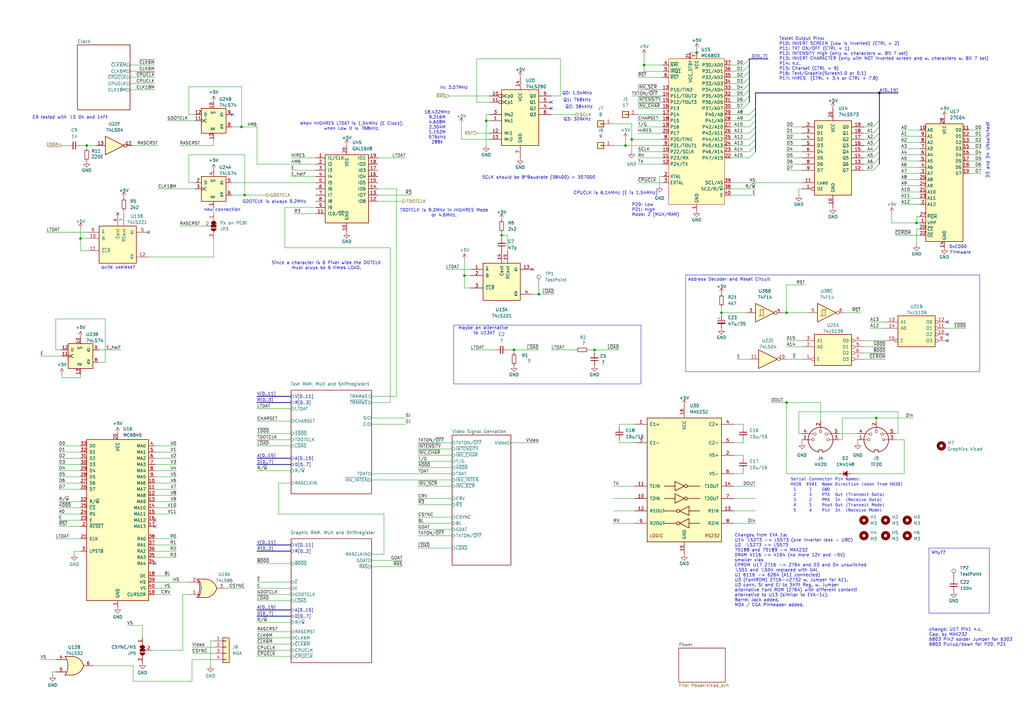
<source format=kicad_sch>
(kicad_sch (version 20231120) (generator "eeschema") (generator_version "8.0")
  (paper "A3")
  (title_block (title "EVA1 (Epson Video Adapter)") (date "2025-01-09") (rev "v0.2") (company "100% Offner") (comment 1 "v0.1: Initial Release") (comment 2 "v0.2: Production version"))
  (junction (at 322.58 165.1))
  (junction (at 33.02 97.79))
  (junction (at 243.84 143.51))
  (junction (at 220.98 120.65))
  (junction (at 256.54 59.69))
  (junction (at 359.41 171.45))
  (junction (at 199.39 49.53))
  (junction (at 210.82 143.51))
  (junction (at 295.91 128.27))
  (junction (at 205.74 96.52))
  (junction (at 99.06 52.07))
  (junction (at 264.16 26.67))
  (junction (at 375.92 91.44))
  (junction (at 322.58 128.27))
  (junction (at 35.56 59.69))
  (junction (at 100.33 80.01))
  (junction (at 285.75 21.59))
  (junction (at 259.08 57.15))
  (junction (at 190.5 113.03))
  (junction (at 360.68 38.1))
  (no_connect (at 63.5 213.36))
  (no_connect (at 388.62 132.08))
  (no_connect (at 95.25 46.99))
  (no_connect (at 388.62 139.7))
  (no_connect (at 226.06 41.91))
  (no_connect (at 63.5 215.9))
  (no_connect (at 226.06 44.45))
  (no_connect (at 388.62 137.16))
  (no_connect (at 48.26 87.63))
  (no_connect (at 218.44 110.49))
  (no_connect (at 63.5 231.14))
  (no_connect (at 60.96 95.25))
  (bus_entry (at 309.88 54.61) (size -2.54 2.54))
  (bus_entry (at 360.68 57.15) (size -2.54 2.54))
  (bus_entry (at 309.88 62.23) (size -2.54 2.54))
  (bus_entry (at 309.88 46.99) (size -2.54 2.54))
  (bus_entry (at 307.34 39.37) (size -2.54 2.54))
  (bus_entry (at 309.88 49.53) (size -2.54 2.54))
  (bus_entry (at 309.88 52.07) (size -2.54 2.54))
  (bus_entry (at 307.34 41.91) (size -2.54 2.54))
  (bus_entry (at 360.68 49.53) (size -2.54 2.54))
  (bus_entry (at 307.34 24.13) (size -2.54 2.54))
  (bus_entry (at 360.68 64.77) (size -2.54 2.54))
  (bus_entry (at 309.88 57.15) (size -2.54 2.54))
  (bus_entry (at 360.68 59.69) (size -2.54 2.54))
  (bus_entry (at 360.68 54.61) (size -2.54 2.54))
  (bus_entry (at 307.34 34.29) (size -2.54 2.54))
  (bus_entry (at 360.68 52.07) (size -2.54 2.54))
  (bus_entry (at 307.34 26.67) (size -2.54 2.54))
  (bus_entry (at 309.88 44.45) (size -2.54 2.54))
  (bus_entry (at 360.68 67.31) (size -2.54 2.54))
  (bus_entry (at 307.34 29.21) (size -2.54 2.54))
  (bus_entry (at 309.88 59.69) (size -2.54 2.54))
  (bus_entry (at 307.34 31.75) (size -2.54 2.54))
  (bus_entry (at 360.68 62.23) (size -2.54 2.54))
  (bus_entry (at 307.34 36.83) (size -2.54 2.54))
  (wire (pts (xy 87.63 262.89) (xy 86.36 262.89)))
  (wire (pts (xy 370.84 180.34) (xy 370.84 194.31)))
  (wire (pts (xy 299.72 59.69) (xy 307.34 59.69)))
  (wire (pts (xy 152.4 194.31) (xy 185.42 194.31)))
  (wire (pts (xy 299.72 62.23) (xy 307.34 62.23)))
  (wire (pts (xy 259.08 39.37) (xy 271.78 39.37)))
  (wire (pts (xy 171.45 181.61) (xy 185.42 181.61)))
  (wire (pts (xy 24.13 200.66) (xy 33.02 200.66)))
  (wire (pts (xy 322.58 57.15) (xy 328.93 57.15)))
  (wire (pts (xy 63.5 208.28) (xy 72.39 208.28)))
  (wire (pts (xy 78.74 270.51) (xy 87.63 270.51)))
  (wire (pts (xy 73.66 92.71) (xy 83.82 92.71)))
  (wire (pts (xy 105.41 269.24) (xy 119.38 269.24)))
  (wire (pts (xy 33.02 154.94) (xy 33.02 153.67)))
  (wire (pts (xy 322.58 116.84) (xy 330.2 116.84)))
  (wire (pts (xy 218.44 120.65) (xy 220.98 120.65)))
  (wire (pts (xy 299.72 80.01) (xy 309.88 80.01)))
  (bus (pts (xy 307.34 34.29) (xy 307.34 31.75)))
  (wire (pts (xy 95.25 74.93) (xy 129.54 74.93)))
  (wire (pts (xy 299.72 36.83) (xy 304.8 36.83)))
  (wire (pts (xy 53.34 36.83) (xy 63.5 36.83)))
  (wire (pts (xy 63.5 241.3) (xy 69.85 241.3)))
  (wire (pts (xy 22.86 220.98) (xy 33.02 220.98)))
  (bus (pts (xy 309.88 57.15) (xy 309.88 54.61)))
  (wire (pts (xy 322.58 64.77) (xy 328.93 64.77)))
  (wire (pts (xy 369.57 68.58) (xy 377.19 68.58)))
  (wire (pts (xy 359.41 172.72) (xy 359.41 171.45)))
  (wire (pts (xy 200.66 57.15) (xy 189.23 57.15)))
  (wire (pts (xy 256.54 57.15) (xy 256.54 59.69)))
  (wire (pts (xy 73.66 59.69) (xy 87.63 59.69)))
  (wire (pts (xy 344.17 177.8) (xy 351.79 177.8)))
  (wire (pts (xy 119.38 64.77) (xy 129.54 64.77)))
  (wire (pts (xy 369.57 53.34) (xy 377.19 53.34)))
  (wire (pts (xy 304.8 175.26) (xy 304.8 173.99)))
  (wire (pts (xy 52.07 256.54) (xy 58.42 256.54)))
  (wire (pts (xy 328.93 181.61) (xy 328.93 180.34)))
  (wire (pts (xy 367.03 96.52) (xy 377.19 96.52)))
  (wire (pts (xy 152.4 196.85) (xy 185.42 196.85)))
  (wire (pts (xy 251.46 209.55) (xy 260.35 209.55)))
  (wire (pts (xy 322.58 59.69) (xy 328.93 59.69)))
  (wire (pts (xy 95.25 52.07) (xy 99.06 52.07)))
  (bus (pts (xy 119.38 252.73) (xy 105.41 252.73)))
  (wire (pts (xy 397.51 68.58) (xy 402.59 68.58)))
  (wire (pts (xy 99.06 35.56) (xy 77.47 35.56)))
  (wire (pts (xy 105.41 241.3) (xy 119.38 241.3)))
  (wire (pts (xy 119.38 69.85) (xy 129.54 69.85)))
  (wire (pts (xy 299.72 46.99) (xy 307.34 46.99)))
  (wire (pts (xy 63.5 228.6) (xy 72.39 228.6)))
  (wire (pts (xy 354.33 57.15) (xy 358.14 57.15)))
  (wire (pts (xy 251.46 204.47) (xy 260.35 204.47)))
  (wire (pts (xy 299.72 77.47) (xy 309.88 77.47)))
  (wire (pts (xy 322.58 128.27) (xy 331.47 128.27)))
  (wire (pts (xy 354.33 52.07) (xy 358.14 52.07)))
  (wire (pts (xy 251.46 199.39) (xy 260.35 199.39)))
  (wire (pts (xy 375.92 88.9) (xy 375.92 91.44)))
  (wire (pts (xy 63.5 236.22) (xy 69.85 236.22)))
  (wire (pts (xy 24.13 210.82) (xy 33.02 210.82)))
  (wire (pts (xy 336.55 165.1) (xy 336.55 172.72)))
  (wire (pts (xy 25.4 59.69) (xy 27.94 59.69)))
  (wire (pts (xy 87.63 59.69) (xy 87.63 57.15)))
  (bus (pts (xy 360.68 38.1) (xy 360.68 49.53)))
  (wire (pts (xy 114.3 210.82) (xy 114.3 198.12)))
  (wire (pts (xy 171.45 219.71) (xy 185.42 219.71)))
  (wire (pts (xy 99.06 52.07) (xy 105.41 52.07)))
  (wire (pts (xy 304.8 194.31) (xy 304.8 193.04)))
  (wire (pts (xy 119.38 255.27) (xy 105.41 255.27)))
  (wire (pts (xy 24.13 193.04) (xy 33.02 193.04)))
  (wire (pts (xy 166.37 64.77) (xy 154.94 64.77)))
  (wire (pts (xy 200.66 49.53) (xy 199.39 49.53)))
  (wire (pts (xy 63.5 205.74) (xy 72.39 205.74)))
  (wire (pts (xy 322.58 52.07) (xy 328.93 52.07)))
  (wire (pts (xy 261.62 54.61) (xy 271.78 54.61)))
  (wire (pts (xy 105.41 243.84) (xy 119.38 243.84)))
  (wire (pts (xy 40.64 143.51) (xy 49.53 143.51)))
  (wire (pts (xy 171.45 186.69) (xy 185.42 186.69)))
  (wire (pts (xy 259.08 57.15) (xy 259.08 62.23)))
  (wire (pts (xy 261.62 46.99) (xy 271.78 46.99)))
  (wire (pts (xy 25.4 154.94) (xy 33.02 154.94)))
  (wire (pts (xy 327.66 168.91) (xy 368.3 168.91)))
  (wire (pts (xy 24.13 190.5) (xy 33.02 190.5)))
  (bus (pts (xy 307.34 26.67) (xy 307.34 24.13)))
  (wire (pts (xy 254 175.26) (xy 254 173.99)))
  (wire (pts (xy 295.91 129.54) (xy 295.91 128.27)))
  (wire (pts (xy 220.98 116.84) (xy 220.98 120.65)))
  (wire (pts (xy 299.72 34.29) (xy 304.8 34.29)))
  (wire (pts (xy 205.74 96.52) (xy 208.28 96.52)))
  (wire (pts (xy 171.45 224.79) (xy 185.42 224.79)))
  (wire (pts (xy 208.28 143.51) (xy 210.82 143.51)))
  (wire (pts (xy 116.84 85.09) (xy 116.84 101.6)))
  (wire (pts (xy 152.4 232.41) (xy 165.1 232.41)))
  (wire (pts (xy 369.57 63.5) (xy 377.19 63.5)))
  (wire (pts (xy 129.54 87.63) (xy 120.65 87.63)))
  (wire (pts (xy 38.1 273.05) (xy 54.61 273.05)))
  (wire (pts (xy 190.5 113.03) (xy 193.04 113.03)))
  (wire (pts (xy 328.93 177.8) (xy 327.66 177.8)))
  (wire (pts (xy 24.13 187.96) (xy 33.02 187.96)))
  (wire (pts (xy 193.04 143.51) (xy 203.2 143.51)))
  (wire (pts (xy 243.84 144.78) (xy 243.84 143.51)))
  (wire (pts (xy 105.41 177.8) (xy 119.38 177.8)))
  (wire (pts (xy 261.62 64.77) (xy 271.78 64.77)))
  (wire (pts (xy 299.72 44.45) (xy 304.8 44.45)))
  (wire (pts (xy 243.84 143.51) (xy 254 143.51)))
  (wire (pts (xy 171.45 184.15) (xy 185.42 184.15)))
  (wire (pts (xy 354.33 54.61) (xy 358.14 54.61)))
  (wire (pts (xy 397.51 55.88) (xy 402.59 55.88)))
  (wire (pts (xy 74.93 266.7) (xy 74.93 243.84)))
  (wire (pts (xy 397.51 58.42) (xy 402.59 58.42)))
  (wire (pts (xy 377.19 93.98) (xy 375.92 93.98)))
  (wire (pts (xy 24.13 215.9) (xy 33.02 215.9)))
  (wire (pts (xy 43.18 148.59) (xy 43.18 130.81)))
  (wire (pts (xy 63.5 185.42) (xy 72.39 185.42)))
  (wire (pts (xy 78.74 279.4) (xy 78.74 270.51)))
  (wire (pts (xy 299.72 57.15) (xy 307.34 57.15)))
  (wire (pts (xy 63.5 200.66) (xy 72.39 200.66)))
  (wire (pts (xy 226.06 143.51) (xy 236.22 143.51)))
  (wire (pts (xy 369.57 71.12) (xy 377.19 71.12)))
  (wire (pts (xy 58.42 256.54) (xy 58.42 261.62)))
  (wire (pts (xy 397.51 71.12) (xy 402.59 71.12)))
  (wire (pts (xy 300.99 214.63) (xy 309.88 214.63)))
  (wire (pts (xy 199.39 46.99) (xy 199.39 49.53)))
  (wire (pts (xy 152.4 229.87) (xy 165.1 229.87)))
  (bus (pts (xy 119.38 187.96) (xy 105.41 187.96)))
  (wire (pts (xy 87.63 105.41) (xy 87.63 97.79)))
  (bus (pts (xy 360.68 64.77) (xy 360.68 62.23)))
  (wire (pts (xy 152.4 227.33) (xy 157.48 227.33)))
  (wire (pts (xy 77.47 35.56) (xy 77.47 46.99)))
  (wire (pts (xy 304.8 173.99) (xy 300.99 173.99)))
  (wire (pts (xy 157.48 210.82) (xy 114.3 210.82)))
  (wire (pts (xy 363.22 147.32) (xy 354.33 147.32)))
  (wire (pts (xy 63.5 210.82) (xy 72.39 210.82)))
  (wire (pts (xy 304.8 181.61) (xy 304.8 180.34)))
  (wire (pts (xy 299.72 39.37) (xy 304.8 39.37)))
  (bus (pts (xy 360.68 38.1) (xy 368.3 38.1)))
  (wire (pts (xy 354.33 142.24) (xy 363.22 142.24)))
  (wire (pts (xy 322.58 69.85) (xy 328.93 69.85)))
  (wire (pts (xy 100.33 80.01) (xy 109.22 80.01)))
  (wire (pts (xy 171.45 199.39) (xy 185.42 199.39)))
  (wire (pts (xy 24.13 182.88) (xy 33.02 182.88)))
  (bus (pts (xy 309.88 38.1) (xy 360.68 38.1)))
  (wire (pts (xy 264.16 29.21) (xy 271.78 29.21)))
  (wire (pts (xy 99.06 35.56) (xy 99.06 52.07)))
  (wire (pts (xy 322.58 142.24) (xy 328.93 142.24)))
  (wire (pts (xy 354.33 62.23) (xy 358.14 62.23)))
  (wire (pts (xy 359.41 171.45) (xy 374.65 171.45)))
  (bus (pts (xy 309.88 52.07) (xy 309.88 49.53)))
  (wire (pts (xy 261.62 44.45) (xy 271.78 44.45)))
  (wire (pts (xy 226.06 39.37) (xy 229.87 39.37)))
  (wire (pts (xy 302.26 147.32) (xy 307.34 147.32)))
  (wire (pts (xy 100.33 80.01) (xy 100.33 63.5)))
  (wire (pts (xy 189.23 50.8) (xy 189.23 57.15)))
  (wire (pts (xy 271.78 26.67) (xy 264.16 26.67)))
  (wire (pts (xy 100.33 63.5) (xy 77.47 63.5)))
  (wire (pts (xy 105.41 259.08) (xy 119.38 259.08)))
  (bus (pts (xy 105.41 162.56) (xy 119.38 162.56)))
  (wire (pts (xy 299.72 49.53) (xy 307.34 49.53)))
  (wire (pts (xy 304.8 186.69) (xy 300.99 186.69)))
  (wire (pts (xy 388.62 134.62) (xy 396.24 134.62)))
  (wire (pts (xy 24.13 198.12) (xy 33.02 198.12)))
  (bus (pts (xy 119.38 190.5) (xy 105.41 190.5)))
  (wire (pts (xy 160.02 101.6) (xy 116.84 101.6)))
  (wire (pts (xy 300.99 204.47) (xy 309.88 204.47)))
  (wire (pts (xy 397.51 63.5) (xy 402.59 63.5)))
  (wire (pts (xy 63.5 226.06) (xy 72.39 226.06)))
  (wire (pts (xy 195.58 41.91) (xy 200.66 41.91)))
  (wire (pts (xy 365.76 91.44) (xy 375.92 91.44)))
  (wire (pts (xy 24.13 205.74) (xy 33.02 205.74)))
  (bus (pts (xy 360.68 59.69) (xy 360.68 57.15)))
  (wire (pts (xy 322.58 165.1) (xy 336.55 165.1)))
  (wire (pts (xy 261.62 36.83) (xy 271.78 36.83)))
  (wire (pts (xy 368.3 168.91) (xy 368.3 177.8)))
  (wire (pts (xy 162.56 77.47) (xy 162.56 162.56)))
  (wire (pts (xy 369.57 73.66) (xy 377.19 73.66)))
  (bus (pts (xy 105.41 223.52) (xy 119.38 223.52)))
  (wire (pts (xy 63.5 198.12) (xy 72.39 198.12)))
  (wire (pts (xy 299.72 26.67) (xy 304.8 26.67)))
  (wire (pts (xy 171.45 214.63) (xy 185.42 214.63)))
  (bus (pts (xy 119.38 250.19) (xy 105.41 250.19)))
  (wire (pts (xy 195.58 24.13) (xy 195.58 41.91)))
  (wire (pts (xy 63.5 190.5) (xy 72.39 190.5)))
  (wire (pts (xy 369.57 83.82) (xy 377.19 83.82)))
  (wire (pts (xy 171.45 217.17) (xy 185.42 217.17)))
  (wire (pts (xy 270.51 72.39) (xy 270.51 76.2)))
  (wire (pts (xy 50.8 86.36) (xy 50.8 87.63)))
  (wire (pts (xy 369.57 58.42) (xy 377.19 58.42)))
  (wire (pts (xy 53.34 31.75) (xy 63.5 31.75)))
  (wire (pts (xy 208.28 96.52) (xy 208.28 102.87)))
  (wire (pts (xy 270.51 72.39) (xy 271.78 72.39)))
  (wire (pts (xy 354.33 144.78) (xy 363.22 144.78)))
  (wire (pts (xy 105.41 67.31) (xy 105.41 52.07)))
  (wire (pts (xy 327.66 77.47) (xy 327.66 80.01)))
  (wire (pts (xy 259.08 57.15) (xy 271.78 57.15)))
  (wire (pts (xy 43.18 130.81) (xy 22.86 130.81)))
  (wire (pts (xy 105.41 231.14) (xy 119.38 231.14)))
  (bus (pts (xy 360.68 52.07) (xy 360.68 49.53)))
  (wire (pts (xy 24.13 213.36) (xy 33.02 213.36)))
  (wire (pts (xy 369.57 81.28) (xy 377.19 81.28)))
  (wire (pts (xy 370.84 194.31) (xy 349.25 194.31)))
  (wire (pts (xy 63.5 238.76) (xy 77.47 238.76)))
  (wire (pts (xy 185.42 191.77) (xy 171.45 191.77)))
  (wire (pts (xy 322.58 62.23) (xy 328.93 62.23)))
  (wire (pts (xy 322.58 54.61) (xy 328.93 54.61)))
  (wire (pts (xy 171.45 204.47) (xy 185.42 204.47)))
  (wire (pts (xy 78.74 267.97) (xy 87.63 267.97)))
  (wire (pts (xy 199.39 49.53) (xy 199.39 59.69)))
  (wire (pts (xy 78.74 265.43) (xy 87.63 265.43)))
  (wire (pts (xy 68.58 49.53) (xy 80.01 49.53)))
  (wire (pts (xy 21.59 275.59) (xy 21.59 276.86)))
  (wire (pts (xy 33.02 97.79) (xy 33.02 102.87)))
  (wire (pts (xy 300.99 209.55) (xy 309.88 209.55)))
  (wire (pts (xy 105.41 172.72) (xy 119.38 172.72)))
  (wire (pts (xy 251.46 214.63) (xy 260.35 214.63)))
  (wire (pts (xy 63.5 193.04) (xy 72.39 193.04)))
  (wire (pts (xy 354.33 59.69) (xy 358.14 59.69)))
  (wire (pts (xy 397.51 66.04) (xy 402.59 66.04)))
  (wire (pts (xy 63.5 223.52) (xy 72.39 223.52)))
  (bus (pts (xy 307.34 29.21) (xy 307.34 26.67)))
  (wire (pts (xy 33.02 102.87) (xy 35.56 102.87)))
  (bus (pts (xy 309.88 62.23) (xy 309.88 59.69)))
  (wire (pts (xy 327.66 177.8) (xy 327.66 168.91)))
  (wire (pts (xy 33.02 97.79) (xy 35.56 97.79)))
  (wire (pts (xy 63.5 187.96) (xy 72.39 187.96)))
  (wire (pts (xy 261.62 49.53) (xy 271.78 49.53)))
  (wire (pts (xy 33.02 93.98) (xy 33.02 97.79)))
  (bus (pts (xy 307.34 39.37) (xy 307.34 36.83)))
  (wire (pts (xy 322.58 67.31) (xy 328.93 67.31)))
  (wire (pts (xy 322.58 128.27) (xy 321.31 128.27)))
  (wire (pts (xy 40.64 148.59) (xy 43.18 148.59)))
  (wire (pts (xy 19.05 95.25) (xy 35.56 95.25)))
  (wire (pts (xy 54.61 279.4) (xy 78.74 279.4)))
  (wire (pts (xy 210.82 143.51) (xy 220.98 143.51)))
  (wire (pts (xy 63.5 195.58) (xy 72.39 195.58)))
  (wire (pts (xy 24.13 208.28) (xy 33.02 208.28)))
  (wire (pts (xy 300.99 181.61) (xy 304.8 181.61)))
  (wire (pts (xy 299.72 41.91) (xy 304.8 41.91)))
  (wire (pts (xy 354.33 139.7) (xy 363.22 139.7)))
  (wire (pts (xy 25.4 153.67) (xy 25.4 154.94)))
  (wire (pts (xy 344.17 180.34) (xy 345.44 180.34)))
  (wire (pts (xy 256.54 59.69) (xy 271.78 59.69)))
  (wire (pts (xy 300.99 199.39) (xy 309.88 199.39)))
  (wire (pts (xy 205.74 96.52) (xy 205.74 97.79)))
  (wire (pts (xy 299.72 54.61) (xy 307.34 54.61)))
  (wire (pts (xy 24.13 195.58) (xy 33.02 195.58)))
  (wire (pts (xy 171.45 189.23) (xy 185.42 189.23)))
  (wire (pts (xy 261.62 52.07) (xy 271.78 52.07)))
  (bus (pts (xy 307.34 36.83) (xy 307.34 34.29)))
  (wire (pts (xy 367.03 180.34) (xy 370.84 180.34)))
  (wire (pts (xy 152.4 173.99) (xy 166.37 173.99)))
  (wire (pts (xy 160.02 165.1) (xy 160.02 101.6)))
  (wire (pts (xy 171.45 212.09) (xy 185.42 212.09)))
  (wire (pts (xy 129.54 85.09) (xy 116.84 85.09)))
  (wire (pts (xy 261.62 67.31) (xy 271.78 67.31)))
  (wire (pts (xy 261.62 31.75) (xy 271.78 31.75)))
  (wire (pts (xy 105.41 238.76) (xy 119.38 238.76)))
  (wire (pts (xy 344.17 194.31) (xy 322.58 194.31)))
  (wire (pts (xy 261.62 41.91) (xy 271.78 41.91)))
  (wire (pts (xy 285.75 20.32) (xy 285.75 21.59)))
  (wire (pts (xy 105.41 67.31) (xy 129.54 67.31)))
  (wire (pts (xy 152.4 165.1) (xy 160.02 165.1)))
  (wire (pts (xy 353.06 128.27) (xy 346.71 128.27)))
  (wire (pts (xy 369.57 60.96) (xy 377.19 60.96)))
  (wire (pts (xy 184.15 39.37) (xy 200.66 39.37)))
  (bus (pts (xy 309.88 54.61) (xy 309.88 52.07)))
  (wire (pts (xy 261.62 62.23) (xy 271.78 62.23)))
  (wire (pts (xy 295.91 128.27) (xy 295.91 125.73)))
  (wire (pts (xy 369.57 78.74) (xy 377.19 78.74)))
  (wire (pts (xy 33.02 226.06) (xy 30.48 226.06)))
  (wire (pts (xy 105.41 266.7) (xy 119.38 266.7)))
  (wire (pts (xy 64.77 77.47) (xy 80.01 77.47)))
  (wire (pts (xy 105.41 167.64) (xy 119.38 167.64)))
  (wire (pts (xy 377.19 88.9) (xy 375.92 88.9)))
  (wire (pts (xy 369.57 66.04) (xy 377.19 66.04)))
  (wire (pts (xy 105.41 264.16) (xy 119.38 264.16)))
  (bus (pts (xy 309.88 59.69) (xy 309.88 57.15)))
  (wire (pts (xy 114.3 198.12) (xy 119.38 198.12)))
  (wire (pts (xy 375.92 93.98) (xy 375.92 100.33)))
  (wire (pts (xy 22.86 130.81) (xy 22.86 143.51)))
  (wire (pts (xy 77.47 74.93) (xy 80.01 74.93)))
  (wire (pts (xy 316.23 165.1) (xy 322.58 165.1)))
  (wire (pts (xy 299.72 74.93) (xy 328.93 74.93)))
  (wire (pts (xy 345.44 171.45) (xy 345.44 180.34)))
  (wire (pts (xy 86.36 262.89) (xy 86.36 273.05)))
  (wire (pts (xy 359.41 171.45) (xy 345.44 171.45)))
  (bus (pts (xy 105.41 226.06) (xy 119.38 226.06)))
  (wire (pts (xy 365.76 87.63) (xy 365.76 91.44)))
  (wire (pts (xy 119.38 193.04) (xy 105.41 193.04)))
  (wire (pts (xy 33.02 59.69) (xy 35.56 59.69)))
  (wire (pts (xy 171.45 207.01) (xy 185.42 207.01)))
  (wire (pts (xy 322.58 165.1) (xy 322.58 194.31)))
  (wire (pts (xy 200.66 46.99) (xy 199.39 46.99)))
  (wire (pts (xy 63.5 182.88) (xy 72.39 182.88)))
  (bus (pts (xy 360.68 54.61) (xy 360.68 52.07)))
  (wire (pts (xy 24.13 185.42) (xy 33.02 185.42)))
  (wire (pts (xy 63.5 220.98) (xy 72.39 220.98)))
  (wire (pts (xy 35.56 60.96) (xy 35.56 59.69)))
  (wire (pts (xy 354.33 69.85) (xy 358.14 69.85)))
  (wire (pts (xy 63.5 243.84) (xy 69.85 243.84)))
  (wire (pts (xy 195.58 54.61) (xy 200.66 54.61)))
  (bus (pts (xy 309.88 49.53) (xy 309.88 46.99)))
  (wire (pts (xy 354.33 67.31) (xy 358.14 67.31)))
  (wire (pts (xy 299.72 52.07) (xy 307.34 52.07)))
  (bus (pts (xy 309.88 46.99) (xy 309.88 44.45)))
  (wire (pts (xy 205.74 95.25) (xy 205.74 96.52)))
  (wire (pts (xy 152.4 171.45) (xy 166.37 171.45)))
  (wire (pts (xy 251.46 50.8) (xy 259.08 50.8)))
  (wire (pts (xy 53.34 26.67) (xy 63.5 26.67)))
  (wire (pts (xy 299.72 64.77) (xy 307.34 64.77)))
  (wire (pts (xy 254 173.99) (xy 260.35 173.99)))
  (bus (pts (xy 307.34 31.75) (xy 307.34 29.21)))
  (wire (pts (xy 241.3 143.51) (xy 243.84 143.51)))
  (wire (pts (xy 299.72 31.75) (xy 304.8 31.75)))
  (wire (pts (xy 95.25 80.01) (xy 100.33 80.01)))
  (wire (pts (xy 356.87 132.08) (xy 363.22 132.08)))
  (wire (pts (xy 87.63 87.63) (xy 87.63 85.09)))
  (wire (pts (xy 397.51 53.34) (xy 402.59 53.34)))
  (wire (pts (xy 322.58 128.27) (xy 322.58 116.84)))
  (wire (pts (xy 35.56 59.69) (xy 39.37 59.69)))
  (wire (pts (xy 105.41 246.38) (xy 119.38 246.38)))
  (wire (pts (xy 182.88 110.49) (xy 193.04 110.49)))
  (wire (pts (xy 295.91 128.27) (xy 306.07 128.27)))
  (wire (pts (xy 261.62 74.93) (xy 271.78 74.93)))
  (wire (pts (xy 193.04 118.11) (xy 190.5 118.11)))
  (bus (pts (xy 309.88 38.1) (xy 309.88 44.45)))
  (wire (pts (xy 157.48 227.33) (xy 157.48 210.82)))
  (wire (pts (xy 74.93 243.84) (xy 77.47 243.84)))
  (wire (pts (xy 229.87 24.13) (xy 195.58 24.13)))
  (wire (pts (xy 54.61 59.69) (xy 64.77 59.69)))
  (wire (pts (xy 220.98 120.65) (xy 227.33 120.65)))
  (bus (pts (xy 360.68 62.23) (xy 360.68 59.69)))
  (wire (pts (xy 16.51 146.05) (xy 25.4 146.05)))
  (bus (pts (xy 307.34 24.13) (xy 314.96 24.13)))
  (wire (pts (xy 226.06 46.99) (xy 236.22 46.99)))
  (wire (pts (xy 190.5 106.68) (xy 190.5 113.03)))
  (wire (pts (xy 190.5 113.03) (xy 190.5 118.11)))
  (wire (pts (xy 264.16 26.67) (xy 264.16 29.21)))
  (wire (pts (xy 30.48 226.06) (xy 30.48 227.33)))
  (wire (pts (xy 22.86 143.51) (xy 25.4 143.51)))
  (wire (pts (xy 54.61 273.05) (xy 54.61 279.4)))
  (wire (pts (xy 368.3 177.8) (xy 367.03 177.8)))
  (bus (pts (xy 360.68 67.31) (xy 360.68 64.77)))
  (wire (pts (xy 209.55 181.61) (xy 220.98 181.61)))
  (wire (pts (xy 356.87 134.62) (xy 363.22 134.62)))
  (wire (pts (xy 119.38 72.39) (xy 129.54 72.39)))
  (wire (pts (xy 354.33 64.77) (xy 358.14 64.77)))
  (bus (pts (xy 360.68 57.15) (xy 360.68 54.61)))
  (wire (pts (xy 369.57 76.2) (xy 377.19 76.2)))
  (wire (pts (xy 327.66 77.47) (xy 328.93 77.47)))
  (wire (pts (xy 22.86 275.59) (xy 21.59 275.59)))
  (bus (pts (xy 307.34 41.91) (xy 307.34 39.37)))
  (wire (pts (xy 152.4 162.56) (xy 162.56 162.56)))
  (wire (pts (xy 60.96 105.41) (xy 87.63 105.41)))
  (wire (pts (xy 92.71 241.3) (xy 100.33 241.3)))
  (wire (pts (xy 375.92 91.44) (xy 377.19 91.44)))
  (wire (pts (xy 351.79 181.61) (xy 351.79 180.34)))
  (wire (pts (xy 259.08 50.8) (xy 259.08 57.15)))
  (wire (pts (xy 300.99 194.31) (xy 304.8 194.31)))
  (wire (pts (xy 63.5 203.2) (xy 72.39 203.2)))
  (wire (pts (xy 165.1 82.55) (xy 154.94 82.55)))
  (wire (pts (xy 397.51 60.96) (xy 402.59 60.96)))
  (wire (pts (xy 229.87 39.37) (xy 229.87 24.13)))
  (wire (pts (xy 322.58 147.32) (xy 328.93 147.32)))
  (wire (pts (xy 210.82 144.78) (xy 210.82 143.51)))
  (wire (pts (xy 322.58 139.7) (xy 328.93 139.7)))
  (wire (pts (xy 105.41 261.62) (xy 119.38 261.62)))
  (wire (pts (xy 53.34 29.21) (xy 63.5 29.21)))
  (wire (pts (xy 105.41 180.34) (xy 119.38 180.34)))
  (wire (pts (xy 299.72 29.21) (xy 304.8 29.21)))
  (wire (pts (xy 251.46 59.69) (xy 256.54 59.69)))
  (wire (pts (xy 260.35 181.61) (xy 254 181.61)))
  (wire (pts (xy 77.47 63.5) (xy 77.47 74.93)))
  (bus (pts (xy 105.41 165.1) (xy 119.38 165.1)))
  (wire (pts (xy 285.75 21.59) (xy 283.21 21.59)))
  (wire (pts (xy 105.41 182.88) (xy 119.38 182.88)))
  (wire (pts (xy 264.16 22.86) (xy 264.16 26.67)))
  (wire (pts (xy 16.51 270.51) (xy 22.86 270.51)))
  (wire (pts (xy 162.56 77.47) (xy 154.94 77.47)))
  (wire (pts (xy 154.94 80.01) (xy 168.91 80.01)))
  (wire (pts (xy 53.34 34.29) (xy 63.5 34.29)))
  (wire (pts (xy 62.23 266.7) (xy 74.93 266.7)))
  (wire (pts (xy 254 181.61) (xy 254 180.34)))
  (wire (pts (xy 77.47 46.99) (xy 80.01 46.99)))
  (wire (pts (xy 304.8 187.96) (xy 304.8 186.69)))
  (wire (pts (xy 369.57 55.88) (xy 377.19 55.88)))
  (rectangle (start 186.055 133.35) (end 262.89 157.48))
  (text_box "Address Decoder and Reset Circuit\n" (at 281.178 112.776 0) (size 120.65 39.624) (effects (font (size 1.27 1.27)) (justify left top)))
  (text_box "Why??" (at 381 224.79 0) (size 24.765 26.67) (effects (font (size 1.27 1.27)) (justify left top)))
  (text "quite useless?" (at 48.514 109.728 0) (effects (font (size 1.27 1.27))))
  (text "P20: Low\nP21: High\nMode: 2 (MUX/RAM)" (at 259.08 88.9 0) (effects (font (size 1.27 1.27)) (justify left bottom)))
  (text "TDOTCLK is 9.2MHz in HIGHRES Mode\nor 4.6MHz." (at 182.118 87.376 0) (effects (font (size 1.27 1.27))))
  (text "Testet Output Pins:\nP10: INVERT SCREEN (Low is inverted) (CTRL + 2)\nP11: TXT ON/OFF (CTRL + 1)\nP12: INTENSITY High (only w. characters w. Bit 7 set)\nP13: INVERT CHARACTER (only with NOT inverted screen and w. characters w. Bit 7 set)\nP14: n.c.\nP15: Charset (CTRL + 9)\nP16: Text/Graphic(Screen1,0 or 0,1)\nP17: HIRES  (CTRL + 3,4 or CTRL + 7,8)" (at 319.532 24.13 0) (effects (font (size 1.27 1.27)) (justify left)))
  (text "maybe an alternative \nto U13A?" (at 198.628 135.636 0) (effects (font (size 1.27 1.27))))
  (text "GDOTCLK is always 9.2MHz" (at 112.522 82.804 0) (effects (font (size 1.27 1.27))))
  (text "C9 tested with 'LS 04 and 1nF!" (at 13.208 48.26 0) (effects (font (size 1.27 1.27)) (justify left)))
  (text "Q1: 768kHz" (at 236.728 41.148 0) (effects (font (size 1.27 1.27))))
  (text "CPUCLK is 6.14MHz (E is 1.54MHz)" (at 252.476 79.248 0) (effects (font (size 1.27 1.27))))
  (text "Serial Connector Pin Names:\nHX20  EVA1  Name Direction (seen from HX20)\n 1     1    GND  -\n 2     3    PTX  Out (Transmit Data)\n 3     2    PRX  In  (Receive Data)\n 4     5    Pout Out (Transmit Mode)\n 5     4    Pin  In  (Receive Mode)" (at 324.358 203.454 0) (effects (font (size 1.27 1.27)) (justify left)))
  (text "D3 and D4 UNswitched!" (at 405.13 61.722 90) (effects (font (size 1.27 1.27))))
  (text "Q3: 309kHz" (at 236.728 49.022 0) (effects (font (size 1.27 1.27))))
  (text "Changes from EVA 1a:\nU14 'LS273 -> LS573 (one inverter less - U9C)\nU2  'LS273 -> LS573\n75188 and 75189 -> MAX232\nDRAM 4116 -> 4164 (no more 12V and -5V)\nsmaller vias\nEPROM U17 2716 -> 2764 and D3 and D4 unswitched\n'LS51 and 'LS04 replaced with GAL\nU1 6116 -> 6264 (A11 connected)\nU3 (FontROM) 2716->2732 w. Jumper for A11.\nU3 conn. SI and CI to Shift Reg. w. Jumper\nalternative Font ROM (2764) with different content!\nalternative to U13 (similar to EVA-1c).\nBarrel Jack added.\nMDA / CGA Pinheader added." (at 301.244 233.934 0) (effects (font (size 1.27 1.27)) (justify left)))
  (text "SCLK should be 8*Baudrate (38400) = 307000" (at 220.98 72.898 0) (effects (font (size 1.27 1.27))))
  (text "When HIGHRES LTDAT is 1.54MHz (E Clock),\nwhen Low it is 768kHz." (at 144.272 51.816 0) (effects (font (size 1.27 1.27))))
  (text "Since a character is 6 Pixel wide the DOTCLK\nmust alwys be 6 times LOAD." (at 133.858 108.966 0) (effects (font (size 1.27 1.27))))
  (text "Firmware" (at 393.954 103.632 0) (effects (font (size 1.27 1.27))))
  (text "18.432MHz\n9.216M\n4.608M\n2.304M\n1.152M\n576kHz\n288k" (at 179.324 52.324 0) (effects (font (size 1.27 1.27))))
  (text "new connection\n" (at 91.186 86.106 0) (effects (font (size 1.27 1.27))))
  (text "0xC000" (at 392.938 101.346 0) (effects (font (size 1.27 1.27))))
  (text "Q0: 1.54MHz" (at 236.728 38.354 0) (effects (font (size 1.27 1.27))))
  (text "In: 3.07MHz" (at 186.182 36.068 0) (effects (font (size 1.27 1.27))))
  (text "Q2: 384kHz" (at 237.49 43.942 0) (effects (font (size 1.27 1.27))))
  (text "change: U17 Pin1 n.c.\nCap. by MAX232\n6803 Pin2 solder Jumper for 6303\n6803 Pullup/down for P20, P21" (at 381 261.366 0) (effects (font (size 1.27 1.27)) (justify left)))
  (label "A[0..15]" (at 105.41 187.96 0))
  (label "A15" (at 304.8 64.77 180))
  (label "A12" (at 356.87 134.62 0))
  (label "D5" (at 304.8 39.37 180))
  (label "A12" (at 304.8 57.15 180))
  (label "V9" (at 72.39 205.74 180))
  (label "A8" (at 304.8 46.99 180))
  (label "E" (at 105.41 241.3 0))
  (label "D3" (at 24.13 190.5 0))
  (label "D0" (at 24.13 182.88 0))
  (label "LTDAT" (at 105.41 167.64 0))
  (label "RASCRST" (at 73.66 59.69 0))
  (label "V[0..11]" (at 105.41 162.56 0))
  (label "~{LOAD}" (at 105.41 182.88 0))
  (label "D4" (at 322.58 62.23 0))
  (label "LTDAT" (at 182.88 110.49 0))
  (label "D1" (at 402.59 55.88 180))
  (label "RASCRST" (at 64.77 59.69 180))
  (label "~{CPUCLK}" (at 63.5 31.75 180))
  (label "~{INV_CHAR}" (at 171.45 186.69 0))
  (label "A4" (at 369.57 63.5 0))
  (label "A1" (at 369.57 55.88 0))
  (label "~{4000}" (at 24.13 208.28 0))
  (label "A14" (at 304.8 62.23 180))
  (label "E" (at 24.13 213.36 0))
  (label "A8" (at 369.57 73.66 0))
  (label "~{RST}" (at 261.62 31.75 0))
  (label "CLK6M" (at 63.5 29.21 180))
  (label "D[0..7]" (at 105.41 190.5 0))
  (label "~{CLK6M}" (at 105.41 264.16 0))
  (label "E_half" (at 49.53 143.51 180))
  (label "A15" (at 322.58 139.7 0))
  (label "~{RST}" (at 353.06 128.27 180))
  (label "LTDAT" (at 193.04 143.51 0))
  (label "BL" (at 171.45 214.63 0))
  (label "D[0..7]" (at 105.41 252.73 0))
  (label "~{8000}" (at 105.41 231.14 0))
  (label "GDOTCLK" (at 68.58 49.53 0))
  (label "D3" (at 304.8 34.29 180))
  (label "VS" (at 52.07 256.54 0))
  (label "D3" (at 402.59 60.96 180))
  (label "~{8000}" (at 363.22 144.78 180))
  (label "D2" (at 322.58 57.15 0))
  (label "LTDAT" (at 166.37 64.77 180))
  (label "~{LOAD}" (at 254 143.51 180))
  (label "A4" (at 358.14 62.23 180))
  (label "CSYNC" (at 78.74 267.97 0))
  (label "~{RST}" (at 24.13 215.9 0))
  (label "~{INV_CHAR}" (at 261.62 44.45 0))
  (label "~{R3}" (at 171.45 207.01 0))
  (label "D4" (at 402.59 63.5 180))
  (label "A10" (at 304.8 52.07 180))
  (label "D5" (at 24.13 195.58 0))
  (label "A3" (at 369.57 60.96 0))
  (label "CHARSET" (at 261.62 49.53 0))
  (label "RASCRST" (at 73.66 92.71 0))
  (label "D6" (at 24.13 198.12 0))
  (label "A[0..15]" (at 360.68 38.1 0))
  (label "CRV" (at 69.85 243.84 180))
  (label "V0" (at 72.39 182.88 180))
  (label "E" (at 119.38 69.85 0))
  (label "D1" (at 304.8 29.21 180))
  (label "D4" (at 24.13 193.04 0))
  (label "A10" (at 369.57 78.74 0))
  (label "V4" (at 72.39 193.04 180))
  (label "~{4000}" (at 171.45 191.77 0))
  (label "TX" (at 251.46 199.39 0))
  (label "D[0..7]" (at 314.96 24.13 180))
  (label "RASCRST" (at 105.41 259.08 0))
  (label "SI" (at 166.37 171.45 0))
  (label "TXTON{slash}~{OFF}" (at 171.45 219.71 0))
  (label "V6" (at 72.39 198.12 180))
  (label "R[0..3]" (at 105.41 165.1 0))
  (label "D6" (at 322.58 67.31 0))
  (label "D0" (at 304.8 26.67 180))
  (label "Video" (at 220.98 181.61 180))
  (label "~{4000}" (at 363.22 142.24 180))
  (label "V7" (at 72.39 200.66 180))
  (label "RX" (at 261.62 64.77 0))
  (label "A0" (at 358.14 52.07 180))
  (label "D5" (at 402.59 66.04 180))
  (label "R{slash}~{W}" (at 24.13 205.74 0))
  (label "BL" (at 69.85 236.22 180))
  (label "A1" (at 358.14 54.61 180))
  (label "V5" (at 72.39 195.58 180))
  (label "4M6" (at 105.41 52.07 180))
  (label "R[0..2]" (at 105.41 226.06 0))
  (label "TX" (at 261.62 67.31 0))
  (label "T{slash}G" (at 261.62 52.07 0))
  (label "R/~{W}" (at 105.41 193.04 0))
  (label "R/~{W}" (at 105.41 255.27 0))
  (label "D0" (at 402.59 53.34 180))
  (label "V3" (at 72.39 190.5 180))
  (label "~{INTENSITY}" (at 261.62 41.91 0))
  (label "CRV" (at 171.45 204.47 0))
  (label "RX" (at 251.46 214.63 0))
  (label "V8" (at 72.39 203.2 180))
  (label "E" (at 302.26 147.32 0))
  (label "SCLK" (at 261.62 62.23 0))
  (label "GDAT" (at 165.1 229.87 180))
  (label "D2" (at 24.13 187.96 0))
  (label "A12" (at 369.57 83.82 0))
  (label "DOUT" (at 309.88 199.39 180))
  (label "A2" (at 369.57 58.42 0))
  (label "A7" (at 358.14 69.85 180))
  (label "~{CPUCLK}" (at 105.41 269.24 0))
  (label "CSYNC" (at 100.33 241.3 180))
  (label "~{INV_SCR}" (at 171.45 199.39 0))
  (label "A13" (at 356.87 132.08 0))
  (label "~{CEROM}" (at 367.03 96.52 0))
  (label "CLK18M" (at 64.77 77.47 0))
  (label "CPUCLK" (at 105.41 266.7 0))
  (label "D7" (at 402.59 71.12 180))
  (label "~{CLK6M}" (at 63.5 26.67 180))
  (label "E_half" (at 119.38 72.39 0))
  (label "A5" (at 369.57 66.04 0))
  (label "V10" (at 72.39 208.28 180))
  (label "D1" (at 24.13 185.42 0))
  (label "~{LOAD}" (at 227.33 120.65 180))
  (label "~{LOAD}" (at 220.98 143.51 180))
  (label "A[0..15]" (at 105.41 250.19 0))
  (label "TXTON{slash}~{OFF}" (at 171.45 181.61 0))
  (label "CHARSET" (at 105.41 172.72 0))
  (label "DOUT" (at 316.23 165.1 0))
  (label "CI" (at 166.37 173.99 0))
  (label "VS" (at 16.51 270.51 0))
  (label "A6" (at 358.14 67.31 180))
  (label "~{CEROM}" (at 363.22 147.32 180))
  (label "Din" (at 374.65 171.45 180))
  (label "D5" (at 322.58 64.77 0))
  (label "A11" (at 304.8 54.61 180))
  (label "TDOTCLK" (at 105.41 180.34 0))
  (label "LTDAT" (at 226.06 143.51 0))
  (label "D4" (at 304.8 36.83 180))
  (label "~{INTENSITY}" (at 171.45 184.15 0))
  (label "~{R3}" (at 168.91 80.01 180))
  (label "A6" (at 369.57 68.58 0))
  (label "R2" (at 72.39 226.06 180))
  (label "D7" (at 322.58 69.85 0))
  (label "D0" (at 322.58 52.07 0))
  (label "~{1000}" (at 105.41 177.8 0))
  (label "R1" (at 72.39 223.52 180))
  (label "HS" (at 73.66 238.76 180))
  (label "VS" (at 69.85 241.3 180))
  (label "GDAT" (at 171.45 217.17 0))
  (label "HIRES" (at 261.62 54.61 0))
  (label "CPUCLK" (at 63.5 34.29 180))
  (label "A11" (at 369.57 81.28 0))
  (label "~{LOAD}" (at 105.41 246.38 0))
  (label "CLK18M" (at 63.5 36.83 180))
  (label "~{RAS}" (at 165.1 232.41 180))
  (label "V2" (at 72.39 187.96 180))
  (label "V11" (at 72.39 210.82 180))
  (label "D2" (at 402.59 58.42 180))
  (label "D6" (at 402.59 68.58 180))
  (label "D7" (at 24.13 200.66 0))
  (label "~{INV_SCR}" (at 261.62 36.83 0))
  (label "A13" (at 304.8 59.69 180))
  (label "A5" (at 358.14 64.77 180))
  (label "R3" (at 72.39 228.6 180))
  (label "V[0..11]" (at 105.41 223.52 0))
  (label "A9" (at 304.8 49.53 180))
  (label "RST" (at 330.2 116.84 180))
  (label "D7" (at 304.8 44.45 180))
  (label "A9" (at 369.57 76.2 0))
  (label "A14" (at 322.58 142.24 0))
  (label "~{LOAD}" (at 171.45 224.79 0))
  (label "CLK6M" (at 105.41 261.62 0))
  (label "D3" (at 322.58 59.69 0))
  (label "D2" (at 304.8 31.75 180))
  (label "E" (at 309.88 80.01 180))
  (label "A7" (at 369.57 71.12 0))
  (label "Video" (at 78.74 265.43 0))
  (label "R{slash}~{W}" (at 309.88 77.47 180))
  (label "R3" (at 120.65 87.63 0))
  (label "~{1000}" (at 396.24 134.62 180))
  (label "AS" (at 309.88 74.93 180))
  (label "D6" (at 304.8 41.91 180))
  (label "A0" (at 24.13 210.82 0))
  (label "LTDAT" (at 19.05 95.25 0))
  (label "~{E}" (at 325.12 147.32 0))
  (label "R0" (at 72.39 220.98 180))
  (label "A3" (at 358.14 59.69 180))
  (label "A0" (at 369.57 53.34 0))
  (label "~{CPUCLK}" (at 261.62 74.93 0))
  (label "HIRES" (at 119.38 64.77 0))
  (label "T/G" (at 171.45 189.23 0))
  (label "E" (at 16.51 146.05 0))
  (label "V1" (at 72.39 185.42 180))
  (label "~{E}" (at 105.41 238.76 0))
  (label "D1" (at 322.58 54.61 0))
  (label "TXTON{slash}~{OFF}" (at 259.08 39.37 0))
  (label "LTDAT" (at 22.86 220.98 0))
  (label "Din" (at 309.88 214.63 180))
  (label "GDOTCLK" (at 105.41 243.84 0))
  (label "A2" (at 358.14 57.15 180))
  (label "TDAT" (at 171.45 194.31 0))
  (label "4M6" (at 119.38 67.31 0))
  (label "CSYNC" (at 171.45 212.09 0))
  (hierarchical_label "RST" (shape input) (at 195.58 54.61 180))
  (hierarchical_label "~{4000}" (shape input) (at 25.4 59.69 180))
  (hierarchical_label "SCLK" (shape output) (at 236.22 46.99 0))
  (hierarchical_label "GDOTCLK" (shape output) (at 109.22 80.01 0))
  (hierarchical_label "~{RAS}" (shape input) (at 184.15 39.37 180))
  (hierarchical_label "TDOTCLK" (shape output) (at 165.1 82.55 0))
  (symbol (lib_id "GPU:MC6845") (at 48.26 213.36 0) (unit 1)
    (property "Reference" "U16" (at 50.4541 175.895 0) (effects (justify left)))
    (property "Value" "MC6845" (at 50.4541 178.435 0) (effects (justify left)))
    (property "Footprint" "Package_DIP:DIP-40_W15.24mm_Socket" (effects (hide yes)))
    (property "Datasheet" "http://pdf.datasheetcatalog.com/datasheet_pdf/motorola/MC6845L_and_MC6845P.pdf" (effects (hide yes)))
  )
  (symbol (lib_id "Memory_EPROM:27C64") (at 387.35 73.66 0) (unit 1)
    (property "Reference" "U17" (at 389.5441 45.72 0) (effects (justify left)))
    (property "Value" "27C64" (at 389.5441 48.26 0) (effects (justify left)))
    (property "Footprint" "Package_DIP:DIP-28_W15.24mm" (effects (hide yes)))
    (property "Datasheet" "http://ww1.microchip.com/downloads/en/DeviceDoc/11107M.pdf" (effects (hide yes)))
    (property "Description" "OTP EPROM 64 KiBit, [Obsolete 2004-01]" (effects (hide yes)))
  )
  (symbol (lib_id "74xx:74LS14") (at 313.69 128.27 0) (unit 2)
    (property "Reference" "U38" (at 313.69 119.38 0))
    (property "Value" "74F14" (at 313.69 121.92 0))
    (property "Footprint" "Package_DIP:DIP-14_W7.62mm" (effects (hide yes)))
    (property "Datasheet" "http://www.ti.com/lit/gpn/sn74LS14" (effects (hide yes)))
    (property "Description" "Hex inverter schmitt trigger" (effects (hide yes)))
  )
  (symbol (lib_id "power:+5V") (at 285.75 20.32 0) (unit 1)
    (property "Reference" "#PWR0102" (effects (hide yes)))
    (property "Value" "+5V" (at 285.75 16.51 0))
  )
  (symbol (lib_id "Connector:TestPoint") (at 391.16 237.49 0) (unit 1)
    (property "Reference" "TP2" (at 393.7 232.9179 0) (effects (justify left)))
    (property "Value" "TestPoint" (at 393.7 235.4579 0) (effects (justify left)))
    (property "Footprint" "TestPoint:TestPoint_Loop_D1.80mm_Drill1.0mm_Beaded" (effects (hide yes)))
    (property "Description" "test point" (effects (hide yes)))
  )
  (symbol (lib_id "power:GND") (at 391.16 242.57 0) (unit 1)
    (property "Reference" "#PWR0174" (effects (hide yes)))
    (property "Value" "GND" (at 391.16 246.38 0))
  )
  (symbol (lib_id "power:GND") (at 213.36 64.77 0) (unit 1)
    (property "Reference" "#PWR0175" (effects (hide yes)))
    (property "Value" "GND" (at 213.36 68.58 0))
  )
  (symbol (lib_id "Jumper:SolderJumper_3_Bridged12") (at 58.42 266.7 90) (mirror x) (unit 1) (exclude_from_sim yes) (in_bom no)
    (property "Reference" "JP5" (at 55.88 267.9701 90) (effects (justify left)))
    (property "Value" "CSYNC/HS" (at 55.88 265.4301 90) (effects (justify left)))
    (property "Footprint" "Jumper:SolderJumper-3_P1.3mm_Bridged12_RoundedPad1.0x1.5mm" (effects (hide yes)))
    (property "Description" "3-pole Solder Jumper, pins 1+2 closed/bridged" (effects (hide yes)))
  )
  (symbol (lib_id "power:+5V") (at 264.16 22.86 0) (unit 1)
    (property "Reference" "#PWR0101" (effects (hide yes)))
    (property "Value" "+5V" (at 264.16 19.05 0))
  )
  (symbol (lib_id "power:+5V") (at 190.5 106.68 0) (unit 1)
    (property "Reference" "#PWR0177" (effects (hide yes)))
    (property "Value" "+5V" (at 190.5 102.5469 0))
  )
  (symbol (lib_id "power:GND") (at 387.35 101.6 0) (unit 1)
    (property "Reference" "#PWR0111" (effects (hide yes)))
    (property "Value" "GND" (at 387.35 105.41 0))
  )
  (symbol (lib_id "power:+5V") (at 213.36 31.75 0) (unit 1)
    (property "Reference" "#PWR0173" (effects (hide yes)))
    (property "Value" "+5V" (at 213.36 28.575 0))
  )
  (symbol (lib_id "power:GND") (at 280.67 227.33 0) (unit 1)
    (property "Reference" "#PWR034" (effects (hide yes)))
    (property "Value" "GND" (at 280.67 231.14 0))
  )
  (symbol (lib_id "Jumper:SolderJumper_3_Bridged12") (at 87.63 92.71 270) (unit 1) (exclude_from_sim yes) (in_bom no)
    (property "Reference" "JP3" (at 90.17 93.9801 90) (effects (justify left)))
    (property "Value" "fix on PCB!" (at 90.17 91.4401 90) (effects (justify left)))
    (property "Footprint" "Jumper:SolderJumper-3_P1.3mm_Bridged12_RoundedPad1.0x1.5mm" (effects (hide yes)))
    (property "Description" "3-pole Solder Jumper, pins 1+2 closed/bridged" (effects (hide yes)))
  )
  (symbol (lib_id "Device:C_Small") (at 243.84 147.32 180) (unit 1)
    (property "Reference" "C5" (at 247.396 146.05 0))
    (property "Value" "?" (at 247.396 148.59 0))
    (property "Footprint" "Capacitor_THT:C_Disc_D4.7mm_W2.5mm_P5.00mm" (effects (hide yes)))
  )
  (symbol (lib_id "Mechanical:MountingHole") (at 386.08 182.88 0) (unit 1) (exclude_from_sim yes) (in_bom no)
    (property "Reference" "H7" (at 388.62 181.6099 0) (effects (justify left)))
    (property "Value" "Graphics kicad" (at 388.62 184.1499 0) (effects (justify left)))
    (property "Footprint" "Symbol:KiCad-Logo2_6mm_SilkScreen" (effects (hide yes)))
    (property "Description" "Mounting Hole without connection" (effects (hide yes)))
  )
  (symbol (lib_id "power:GND") (at 86.36 273.05 0) (unit 1)
    (property "Reference" "#PWR096" (effects (hide yes)))
    (property "Value" "GND" (at 86.36 277.1831 0))
  )
  (symbol (lib_id "Logic_Programmable:GAL16V8") (at 142.24 77.47 0) (unit 1)
    (property "Reference" "U45" (at 144.4341 58.42 0) (effects (justify left)))
    (property "Value" "GAL16V8" (at 144.4341 60.96 0) (effects (justify left)))
    (property "Footprint" "Package_DIP:DIP-20_W7.62mm" (effects (hide yes)))
    (property "Description" "Programmable Logic Array, DIP-20/SOIC-20/PLCC-20" (effects (hide yes)))
  )
  (symbol (lib_id "power:GND") (at 295.91 134.62 0) (unit 1)
    (property "Reference" "#PWR090" (effects (hide yes)))
    (property "Value" "GND" (at 295.91 138.43 0))
  )
  (symbol (lib_id "power:GND") (at 328.93 181.61 0) (unit 1)
    (property "Reference" "#PWR0106" (effects (hide yes)))
    (property "Value" "GND" (at 328.93 186.69 0))
  )
  (symbol (lib_id "Device:R_Small") (at 295.91 123.19 180) (unit 1)
    (property "Reference" "R21" (at 298.45 121.9199 0) (effects (justify right)))
    (property "Value" "4k7" (at 298.45 124.4599 0) (effects (justify right)))
    (property "Footprint" "Resistor_THT:R_Axial_DIN0411_L9.9mm_D3.6mm_P12.70mm_Horizontal" (effects (hide yes)))
    (property "Description" "Resistor, small symbol" (effects (hide yes)))
  )
  (symbol (lib_id "power:GND") (at 58.42 271.78 0) (unit 1)
    (property "Reference" "#PWR097" (effects (hide yes)))
    (property "Value" "GND" (at 58.42 275.9131 0))
  )
  (symbol (lib_id "74xx:74LS139") (at 375.92 134.62 0) (unit 2)
    (property "Reference" "U21" (at 375.92 125.73 0))
    (property "Value" "74LS139" (at 375.92 128.27 0))
    (property "Footprint" "Package_DIP:DIP-16_W7.62mm" (effects (hide yes)))
    (property "Datasheet" "http://www.ti.com/lit/ds/symlink/sn74ls139a.pdf" (effects (hide yes)))
    (property "Description" "Dual Decoder 1 of 4, Active low outputs" (effects (hide yes)))
  )
  (symbol (lib_id "Mechanical:MountingHole") (at 372.11 219.71 0) (unit 1) (exclude_from_sim yes) (in_bom no)
    (property "Reference" "H6" (at 374.65 218.4399 0) (effects (justify left)))
    (property "Value" "M3" (at 374.65 220.9799 0) (effects (justify left)))
    (property "Footprint" "MountingHole:MountingHole_3.2mm_M3" (effects (hide yes)))
    (property "Description" "Mounting Hole without connection" (effects (hide yes)))
  )
  (symbol (lib_id "power:GND") (at 35.56 66.04 0) (unit 1)
    (property "Reference" "#PWR0147" (effects (hide yes)))
    (property "Value" "GND" (at 35.56 69.85 0))
  )
  (symbol (lib_id "74xx:74LS04") (at 314.96 147.32 0) (unit 5)
    (property "Reference" "U22" (at 314.96 139.7 0))
    (property "Value" "74LS04" (at 314.96 142.24 0))
    (property "Footprint" "Package_DIP:DIP-14_W7.62mm" (effects (hide yes)))
    (property "Datasheet" "http://www.ti.com/lit/gpn/sn74LS04" (effects (hide yes)))
    (property "Description" "Hex Inverter" (effects (hide yes)))
  )
  (symbol (lib_id "Device:C_Small") (at 391.16 240.03 0) (unit 1)
    (property "Reference" "C22" (at 393.7 238.7662 0) (effects (justify left)))
    (property "Value" "100n" (at 393.7 241.3062 0) (effects (justify left)))
    (property "Footprint" "Capacitor_THT:C_Disc_D4.7mm_W2.5mm_P5.00mm" (effects (hide yes)))
  )
  (symbol (lib_id "74xx:74LS139") (at 341.63 142.24 0) (unit 1)
    (property "Reference" "U21" (at 341.63 133.35 0))
    (property "Value" "74LS139" (at 341.63 135.89 0))
    (property "Footprint" "Package_DIP:DIP-16_W7.62mm" (effects (hide yes)))
    (property "Datasheet" "http://www.ti.com/lit/ds/symlink/sn74ls139a.pdf" (effects (hide yes)))
    (property "Description" "Dual Decoder 1 of 4, Active low outputs" (effects (hide yes)))
  )
  (symbol (lib_id "Device:C_Small") (at 254 177.8 0) (unit 1)
    (property "Reference" "C18" (at 256.54 176.5362 0) (effects (justify left)))
    (property "Value" "10u/16" (at 256.54 179.0762 0) (effects (justify left)))
    (property "Footprint" "Capacitor_THT:CP_Radial_D6.3mm_P2.50mm" (effects (hide yes)))
    (property "Description" "Unpolarized capacitor, small symbol" (effects (hide yes)))
  )
  (symbol (lib_id "power:+5V") (at 205.74 90.17 0) (unit 1)
    (property "Reference" "#PWR0183" (effects (hide yes)))
    (property "Value" "+5V" (at 205.74 86.995 0))
  )
  (symbol (lib_id "power:+5V") (at 50.8 81.28 0) (unit 1)
    (property "Reference" "#PWR0179" (effects (hide yes)))
    (property "Value" "+5V" (at 50.8 78.105 0))
  )
  (symbol (lib_id "my_ics_new:MC6803") (at 285.75 49.53 0) (unit 1)
    (property "Reference" "U15" (at 287.528 20.32 0) (effects (justify left)))
    (property "Value" "MC6803" (at 287.528 22.86 0) (effects (justify left)))
    (property "Footprint" "Package_DIP:DIP-40_W15.24mm_Socket" (effects (hide yes)))
  )
  (symbol (lib_id "74xx:74LS74") (at 87.63 49.53 0) (unit 2)
    (property "Reference" "U24" (at 89.8241 40.64 0) (effects (justify left)))
    (property "Value" "74LS74" (at 89.8241 43.18 0) (effects (justify left)))
    (property "Footprint" "Package_DIP:DIP-14_W7.62mm" (effects (hide yes)))
    (property "Datasheet" "74xx/74hc_hct74.pdf" (effects (hide yes)))
    (property "Description" "Dual D Flip-flop, Set & Reset" (effects (hide yes)))
  )
  (symbol (lib_id "power:GND") (at 21.59 276.86 0) (unit 1)
    (property "Reference" "#PWR098" (effects (hide yes)))
    (property "Value" "GND" (at 21.59 280.9931 0))
  )
  (symbol (lib_id "power:+5V") (at 280.67 166.37 0) (unit 1)
    (property "Reference" "#PWR024" (effects (hide yes)))
    (property "Value" "+5V" (at 280.67 163.195 0))
  )
  (symbol (lib_id "Device:R_Small") (at 205.74 92.71 180) (unit 1)
    (property "Reference" "R6" (at 208.28 91.4399 0) (effects (justify right)))
    (property "Value" "2k2" (at 208.28 93.9799 0) (effects (justify right)))
    (property "Footprint" "Resistor_THT:R_Axial_DIN0411_L9.9mm_D3.6mm_P12.70mm_Horizontal" (effects (hide yes)))
    (property "Description" "Resistor, small symbol" (effects (hide yes)))
  )
  (symbol (lib_id "74xx:74LS74") (at 33.02 146.05 0) (unit 2)
    (property "Reference" "U23" (at 35.2141 137.16 0) (effects (justify left)))
    (property "Value" "74LS74" (at 35.2141 139.7 0) (effects (justify left)))
    (property "Footprint" "Package_DIP:DIP-14_W7.62mm" (effects (hide yes)))
    (property "Datasheet" "74xx/74hc_hct74.pdf" (effects (hide yes)))
    (property "Description" "Dual D Flip-flop, Set & Reset" (effects (hide yes)))
  )
  (symbol (lib_id "power:+5V") (at 387.35 48.26 0) (unit 1)
    (property "Reference" "#PWR0110" (effects (hide yes)))
    (property "Value" "+5V" (at 387.35 44.45 0))
  )
  (symbol (lib_id "74xx:74LS290") (at 213.36 46.99 0) (unit 1)
    (property "Reference" "U20" (at 215.5541 33.02 0) (effects (justify left)))
    (property "Value" "74LS290" (at 215.5541 35.56 0) (effects (justify left)))
    (property "Footprint" "Package_DIP:DIP-14_W7.62mm" (effects (hide yes)))
    (property "Datasheet" "http://www.ti.com/lit/gpn/sn74LS290" (effects (hide yes)))
    (property "Description" "4-bit BCD counter" (effects (hide yes)))
  )
  (symbol (lib_id "power:GND") (at 30.48 227.33 0) (unit 1)
    (property "Reference" "#PWR042" (effects (hide yes)))
    (property "Value" "GND" (at 30.48 231.4631 0))
  )
  (symbol (lib_id "Mechanical:MountingHole") (at 363.22 213.36 0) (unit 1) (exclude_from_sim yes) (in_bom no)
    (property "Reference" "H2" (at 365.76 212.0899 0) (effects (justify left)))
    (property "Value" "M3" (at 365.76 214.6299 0) (effects (justify left)))
    (property "Footprint" "MountingHole:MountingHole_3.2mm_M3" (effects (hide yes)))
    (property "Description" "Mounting Hole without connection" (effects (hide yes)))
  )
  (symbol (lib_id "power:GND") (at 375.92 100.33 0) (unit 1)
    (property "Reference" "#PWR0184" (effects (hide yes)))
    (property "Value" "GND" (at 375.92 104.14 0))
  )
  (symbol (lib_id "power:GND") (at 259.08 62.23 0) (unit 1)
    (property "Reference" "#PWR0167" (effects (hide yes)))
    (property "Value" "GND" (at 259.08 67.31 0))
  )
  (symbol (lib_id "power:+5V") (at 295.91 120.65 0) (unit 1)
    (property "Reference" "#PWR089" (effects (hide yes)))
    (property "Value" "+5V" (at 295.91 117.475 0))
  )
  (symbol (lib_id "power:GND") (at 199.39 59.69 0) (unit 1)
    (property "Reference" "#PWR0168" (effects (hide yes)))
    (property "Value" "GND" (at 199.39 63.5 0))
  )
  (symbol (lib_id "power:+5V") (at 87.63 41.91 0) (unit 1)
    (property "Reference" "#PWR0180" (effects (hide yes)))
    (property "Value" "+5V" (at 87.63 37.7769 0))
  )
  (symbol (lib_id "power:GND") (at 285.75 86.36 0) (unit 1)
    (property "Reference" "#PWR0104" (effects (hide yes)))
    (property "Value" "GND" (at 285.75 90.17 0))
  )
  (symbol (lib_id "power:+5V") (at 25.4 153.67 0) (unit 1)
    (property "Reference" "#PWR0164" (effects (hide yes)))
    (property "Value" "+5V" (at 25.4 149.5369 0))
  )
  (symbol (lib_id "power:GND") (at 48.26 248.92 0) (unit 1)
    (property "Reference" "#PWR046" (effects (hide yes)))
    (property "Value" "GND" (at 48.26 253.0531 0))
  )
  (symbol (lib_id "Mechanical:MountingHole") (at 354.33 213.36 0) (unit 1) (exclude_from_sim yes) (in_bom no)
    (property "Reference" "H1" (at 356.87 212.0899 0) (effects (justify left)))
    (property "Value" "M3" (at 356.87 214.6299 0) (effects (justify left)))
    (property "Footprint" "MountingHole:MountingHole_3.2mm_M3" (effects (hide yes)))
    (property "Description" "Mounting Hole without connection" (effects (hide yes)))
  )
  (symbol (lib_id "74xx:74LS74") (at 87.63 77.47 0) (unit 1)
    (property "Reference" "U24" (at 89.8241 68.58 0) (effects (justify left)))
    (property "Value" "74LS74" (at 89.8241 71.12 0) (effects (justify left)))
    (property "Footprint" "Package_DIP:DIP-14_W7.62mm" (effects (hide yes)))
    (property "Datasheet" "74xx/74hc_hct74.pdf" (effects (hide yes)))
    (property "Description" "Dual D Flip-flop, Set & Reset" (effects (hide yes)))
  )
  (symbol (lib_id "Device:C_Small") (at 205.74 143.51 270) (unit 1)
    (property "Reference" "C2" (at 205.7336 137.16 90))
    (property "Value" "?" (at 205.7336 139.7 90))
    (property "Footprint" "Capacitor_THT:C_Disc_D4.7mm_W2.5mm_P5.00mm" (effects (hide yes)))
  )
  (symbol (lib_id "power:GND") (at 270.51 76.2 0) (unit 1)
    (property "Reference" "#PWR0103" (effects (hide yes)))
    (property "Value" "GND" (at 270.51 81.28 0))
  )
  (symbol (lib_id "Device:C_Small") (at 205.74 100.33 180) (unit 1)
    (property "Reference" "C7" (at 208.28 99.0535 0) (effects (justify right)))
    (property "Value" "47p" (at 208.28 101.5935 0) (effects (justify right)))
    (property "Footprint" "Capacitor_THT:C_Disc_D4.7mm_W2.5mm_P5.00mm" (effects (hide yes)))
  )
  (symbol (lib_id "Connector:DIN-5_180degree") (at 336.55 180.34 0) (unit 1)
    (property "Reference" "J4" (at 336.5501 187.96 0))
    (property "Value" "HX20" (at 336.5501 190.5 0))
    (property "Footprint" "my_own_conn:DIN-5_Stereo" (effects (hide yes)))
    (property "Datasheet" "http://www.mouser.com/ds/2/18/40_c091_abd_e-75918.pdf" (effects (hide yes)))
  )
  (symbol (lib_id "power:+5V") (at 87.63 69.85 0) (unit 1)
    (property "Reference" "#PWR0182" (effects (hide yes)))
    (property "Value" "+5V" (at 87.63 65.7169 0))
  )
  (symbol (lib_id "power:GND") (at 142.24 95.25 0) (unit 1)
    (property "Reference" "#PWR069" (effects (hide yes)))
    (property "Value" "GND" (at 142.24 99.06 0))
  )
  (symbol (lib_id "Connector_Generic:Conn_01x01") (at 256.54 46.99 0) (mirror y) (unit 1)
    (property "Reference" "J1" (at 256.54 40.64 0))
    (property "Value" "17" (at 256.54 43.18 0))
    (property "Footprint" "Connector_PinSocket_2.54mm:PinSocket_1x01_P2.54mm_Vertical" (effects (hide yes)))
    (property "Description" "Generic connector, single row, 01x01, script generated (kicad-library-utils/schlib/autogen/connector/)" (effects (hide yes)))
  )
  (symbol (lib_id "Device:C_Polarized_Small") (at 295.91 132.08 0) (unit 1)
    (property "Reference" "C23" (at 298.45 130.2638 0) (effects (justify left)))
    (property "Value" "47u/35" (at 298.45 132.8038 0) (effects (justify left)))
    (property "Footprint" "Capacitor_THT:CP_Radial_D5.0mm_P2.50mm" (effects (hide yes)))
    (property "Description" "Polarized capacitor, small symbol" (effects (hide yes)))
  )
  (symbol (lib_id "Device:R_Small") (at 50.8 83.82 180) (unit 1)
    (property "Reference" "R5" (at 53.34 82.5499 0) (effects (justify right)))
    (property "Value" "2k2" (at 53.34 85.0899 0) (effects (justify right)))
    (property "Footprint" "Resistor_THT:R_Axial_DIN0411_L9.9mm_D3.6mm_P12.70mm_Horizontal" (effects (hide yes)))
    (property "Description" "Resistor, small symbol" (effects (hide yes)))
  )
  (symbol (lib_id "Device:R_Small") (at 210.82 147.32 180) (unit 1)
    (property "Reference" "R1" (at 216.662 145.796 0) (effects (justify left)))
    (property "Value" "?" (at 217.678 148.082 0) (effects (justify left)))
    (property "Footprint" "Resistor_THT:R_Axial_DIN0411_L9.9mm_D3.6mm_P12.70mm_Horizontal" (effects (hide yes)))
    (property "Description" "Resistor, small symbol" (effects (hide yes)))
  )
  (symbol (lib_id "74xx:74LS86") (at 85.09 241.3 0) (mirror x) (unit 1)
    (property "Reference" "U19" (at 91.948 235.585 0))
    (property "Value" "74LS86" (at 91.948 238.125 0))
    (property "Footprint" "Package_DIP:DIP-14_W7.62mm" (effects (hide yes)))
    (property "Datasheet" "74xx/74ls86.pdf" (effects (hide yes)))
    (property "Description" "Quad 2-input XOR" (effects (hide yes)))
  )
  (symbol (lib_id "74xx:74LS04") (at 46.99 59.69 0) (unit 6)
    (property "Reference" "U22" (at 46.99 50.8 0))
    (property "Value" "74LS04" (at 46.99 53.34 0))
    (property "Footprint" "Package_DIP:DIP-14_W7.62mm" (effects (hide yes)))
    (property "Datasheet" "http://www.ti.com/lit/gpn/sn74LS04" (effects (hide yes)))
    (property "Description" "Hex Inverter" (effects (hide yes)))
  )
  (symbol (lib_id "Device:C_Small") (at 304.8 177.8 0) (unit 1)
    (property "Reference" "C16" (at 307.34 176.5362 0) (effects (justify left)))
    (property "Value" "10u/16" (at 307.34 179.0762 0) (effects (justify left)))
    (property "Footprint" "Capacitor_THT:CP_Radial_D6.3mm_P2.50mm" (effects (hide yes)))
    (property "Description" "Unpolarized capacitor, small symbol" (effects (hide yes)))
  )
  (symbol (lib_id "74xx:74LS14") (at 339.09 128.27 0) (unit 3)
    (property "Reference" "U38" (at 339.09 119.38 0))
    (property "Value" "74F14" (at 339.09 121.92 0))
    (property "Footprint" "Package_DIP:DIP-14_W7.62mm" (effects (hide yes)))
    (property "Datasheet" "http://www.ti.com/lit/gpn/sn74LS14" (effects (hide yes)))
    (property "Description" "Hex inverter schmitt trigger" (effects (hide yes)))
  )
  (symbol (lib_id "Mechanical:MountingHole") (at 354.33 219.71 0) (unit 1) (exclude_from_sim yes) (in_bom no)
    (property "Reference" "H4" (at 356.87 218.4399 0) (effects (justify left)))
    (property "Value" "M3" (at 356.87 220.9799 0) (effects (justify left)))
    (property "Footprint" "MountingHole:MountingHole_3.2mm_M3" (effects (hide yes)))
    (property "Description" "Mounting Hole without connection" (effects (hide yes)))
  )
  (symbol (lib_id "74xx:74LS221") (at 205.74 115.57 0) (unit 1)
    (property "Reference" "U13" (at 205.74 127 0))
    (property "Value" "74LS221" (at 205.74 129.54 0))
    (property "Footprint" "Package_DIP:DIP-16_W7.62mm" (effects (hide yes)))
    (property "Datasheet" "http://www.ti.com/lit/gpn/sn74LS221" (effects (hide yes)))
    (property "Description" "Dual Monostable" (effects (hide yes)))
  )
  (symbol (lib_id "Connector_Generic:Conn_01x04") (at 92.71 265.43 0) (unit 1)
    (property "Reference" "J9" (at 95.25 265.4299 0) (effects (justify left)))
    (property "Value" "MDA" (at 95.25 267.9699 0) (effects (justify left)))
    (property "Footprint" "Connector_PinHeader_2.54mm:PinHeader_1x04_P2.54mm_Vertical" (effects (hide yes)))
    (property "Description" "Generic connector, single row, 01x04, script generated (kicad-library-utils/schlib/autogen/connector/)" (effects (hide yes)))
  )
  (symbol (lib_id "power:GND") (at 327.66 80.01 0) (unit 1)
    (property "Reference" "#PWR081" (effects (hide yes)))
    (property "Value" "GND" (at 327.66 83.82 0))
  )
  (symbol (lib_id "74xx:74LS32") (at 30.48 273.05 0) (unit 2)
    (property "Reference" "U12" (at 30.48 265.43 0))
    (property "Value" "74LS32" (at 30.48 267.97 0))
    (property "Footprint" "Package_DIP:DIP-14_W7.62mm" (effects (hide yes)))
    (property "Datasheet" "http://www.ti.com/lit/gpn/sn74LS32" (effects (hide yes)))
    (property "Description" "Quad 2-input OR" (effects (hide yes)))
  )
  (symbol (lib_id "power:+5V") (at 33.02 93.98 0) (unit 1)
    (property "Reference" "#PWR0159" (effects (hide yes)))
    (property "Value" "+5V" (at 33.02 90.805 0))
  )
  (symbol (lib_id "Device:C_Small") (at 30.48 59.69 270) (unit 1)
    (property "Reference" "C9" (at 30.4736 53.34 90))
    (property "Value" "1n" (at 30.4736 55.88 90))
    (property "Footprint" "Capacitor_THT:C_Disc_D4.7mm_W2.5mm_P5.00mm" (effects (hide yes)))
  )
  (symbol (lib_id "power:+5V") (at 256.54 57.15 0) (unit 1)
    (property "Reference" "#PWR0166" (effects (hide yes)))
    (property "Value" "+5V" (at 256.54 53.34 0))
  )
  (symbol (lib_id "power:+5V") (at 33.02 138.43 0) (unit 1)
    (property "Reference" "#PWR0176" (effects (hide yes)))
    (property "Value" "+5V" (at 33.02 134.2969 0))
  )
  (symbol (lib_id "power:+5V") (at 142.24 59.69 0) (unit 1)
    (property "Reference" "#PWR065" (effects (hide yes)))
    (property "Value" "+5V" (at 142.24 56.515 0))
  )
  (symbol (lib_id "Mechanical:MountingHole") (at 372.11 213.36 0) (unit 1) (exclude_from_sim yes) (in_bom no)
    (property "Reference" "H3" (at 374.65 212.0899 0) (effects (justify left)))
    (property "Value" "M3" (at 374.65 214.6299 0) (effects (justify left)))
    (property "Footprint" "MountingHole:MountingHole_3.2mm_M3" (effects (hide yes)))
    (property "Description" "Mounting Hole without connection" (effects (hide yes)))
  )
  (symbol (lib_id "power:+5V") (at 365.76 87.63 0) (unit 1)
    (property "Reference" "#PWR019" (effects (hide yes)))
    (property "Value" "+5V" (at 365.76 83.82 0))
  )
  (symbol (lib_id "74xx:74LS221") (at 48.26 100.33 0) (unit 2)
    (property "Reference" "U13" (at 56.134 88.646 0))
    (property "Value" "74LS221" (at 56.134 91.186 0))
    (property "Footprint" "Package_DIP:DIP-16_W7.62mm" (effects (hide yes)))
    (property "Datasheet" "http://www.ti.com/lit/gpn/sn74LS221" (effects (hide yes)))
    (property "Description" "Dual Monostable" (effects (hide yes)))
  )
  (symbol (lib_id "power:+5V") (at 48.26 177.8 0) (unit 1)
    (property "Reference" "#PWR045" (effects (hide yes)))
    (property "Value" "+5V" (at 48.26 173.6669 0))
  )
  (symbol (lib_id "Connector_Generic:Conn_01x01") (at 246.38 50.8 0) (mirror y) (unit 1)
    (property "Reference" "J7" (at 246.38 44.45 0))
    (property "Value" "8" (at 246.38 46.99 0))
    (property "Footprint" "Connector_PinSocket_2.54mm:PinSocket_1x01_P2.54mm_Vertical" (effects (hide yes)))
    (property "Description" "Generic connector, single row, 01x01, script generated (kicad-library-utils/schlib/autogen/connector/)" (effects (hide yes)))
  )
  (symbol (lib_id "Connector:DIN-5_180degree") (at 359.41 180.34 0) (unit 1)
    (property "Reference" "J5" (at 359.4101 187.96 0))
    (property "Value" "TF20" (at 359.4101 190.5 0))
    (property "Footprint" "my_own_conn:DIN-5_Stereo" (effects (hide yes)))
    (property "Datasheet" "http://www.mouser.com/ds/2/18/40_c091_abd_e-75918.pdf" (effects (hide yes)))
  )
  (symbol (lib_id "power:+5V") (at 341.63 44.45 0) (unit 1)
    (property "Reference" "#PWR0108" (effects (hide yes)))
    (property "Value" "+5V" (at 341.63 41.275 0))
  )
  (symbol (lib_id "power:GND") (at 210.82 149.86 0) (unit 1)
    (property "Reference" "#PWR088" (effects (hide yes)))
    (property "Value" "GND" (at 210.82 153.67 0))
  )
  (symbol (lib_id "Connector_Generic:Conn_01x01") (at 246.38 59.69 0) (mirror y) (unit 1)
    (property "Reference" "J6" (at 246.38 53.34 0))
    (property "Value" "9" (at 246.38 55.88 0))
    (property "Footprint" "Connector_PinSocket_2.54mm:PinSocket_1x01_P2.54mm_Vertical" (effects (hide yes)))
    (property "Description" "Generic connector, single row, 01x01, script generated (kicad-library-utils/schlib/autogen/connector/)" (effects (hide yes)))
  )
  (symbol (lib_id "Interface_UART:MAX232") (at 280.67 196.85 0) (unit 1)
    (property "Reference" "U30" (at 282.8641 166.37 0) (effects (justify left)))
    (property "Value" "MAX232" (at 282.8641 168.91 0) (effects (justify left)))
    (property "Footprint" "Package_DIP:DIP-16_W7.62mm_Socket" (effects (hide yes)))
    (property "Datasheet" "http://www.ti.com/lit/ds/symlink/max232.pdf" (effects (hide yes)))
    (property "Description" "Dual RS232 driver/receiver, 5V supply, 120kb/s, 0C-70C" (effects (hide yes)))
  )
  (symbol (lib_id "power:GND") (at 243.84 149.86 0) (unit 1)
    (property "Reference" "#PWR091" (effects (hide yes)))
    (property "Value" "GND" (at 243.84 153.67 0))
  )
  (symbol (lib_id "Device:D_Small_Filled") (at 346.71 194.31 0) (mirror x) (unit 1)
    (property "Reference" "D2" (at 346.71 187.96 0))
    (property "Value" "1N4148" (at 346.71 190.5 0))
    (property "Footprint" "Diode_THT:D_A-405_P7.62mm_Horizontal" (effects (hide yes)))
    (property "Description" "Diode, small symbol, filled shape" (effects (hide yes)))
    (property "Sim.Device" "D" (effects (hide yes)))
    (property "Sim.Pins" "1=K 2=A" (effects (hide yes)))
  )
  (symbol (lib_id "Mechanical:MountingHole") (at 363.22 219.71 0) (unit 1) (exclude_from_sim yes) (in_bom no)
    (property "Reference" "H5" (at 365.76 218.4399 0) (effects (justify left)))
    (property "Value" "M3" (at 365.76 220.9799 0) (effects (justify left)))
    (property "Footprint" "MountingHole:MountingHole_3.2mm_M3" (effects (hide yes)))
    (property "Description" "Mounting Hole without connection" (effects (hide yes)))
  )
  (symbol (lib_id "power:GND") (at 341.63 85.09 0) (unit 1)
    (property "Reference" "#PWR0107" (effects (hide yes)))
    (property "Value" "GND" (at 341.63 88.9 0))
  )
  (symbol (lib_id "Device:C_Small") (at 304.8 190.5 0) (unit 1)
    (property "Reference" "C17" (at 307.34 189.2362 0) (effects (justify left)))
    (property "Value" "10u/16" (at 307.34 191.7762 0) (effects (justify left)))
    (property "Footprint" "Capacitor_THT:CP_Radial_D6.3mm_P2.50mm" (effects (hide yes)))
    (property "Description" "Unpolarized capacitor, small symbol" (effects (hide yes)))
  )
  (symbol (lib_id "Connector:TestPoint") (at 220.98 116.84 0) (unit 1)
    (property "Reference" "TP1" (at 223.52 112.2679 0) (effects (justify left)))
    (property "Value" "TestPoint" (at 223.52 114.8079 0) (effects (justify left)))
    (property "Footprint" "TestPoint:TestPoint_Loop_D1.80mm_Drill1.0mm_Beaded" (effects (hide yes)))
    (property "Description" "test point" (effects (hide yes)))
  )
  (symbol (lib_id "power:GND") (at 351.79 181.61 0) (unit 1)
    (property "Reference" "#PWR0105" (effects (hide yes)))
    (property "Value" "GND" (at 351.79 186.69 0))
  )
  (symbol (lib_id "74xx:74LS573") (at 341.63 64.77 0) (unit 1)
    (property "Reference" "U14" (at 343.8241 44.45 0) (effects (justify left)))
    (property "Value" "74LS573" (at 343.8241 46.99 0) (effects (justify left)))
    (property "Footprint" "Package_DIP:DIP-20_W7.62mm" (effects (hide yes)))
    (property "Datasheet" "74xx/74hc573.pdf" (effects (hide yes)))
    (property "Description" "8-bit Latch 3-state outputs" (effects (hide yes)))
  )
  (symbol (lib_id "Device:R_Small") (at 35.56 63.5 180) (unit 1)
    (property "Reference" "R11" (at 41.402 61.976 0) (effects (justify left)))
    (property "Value" "220E" (at 42.418 64.262 0) (effects (justify left)))
    (property "Footprint" "Resistor_THT:R_Axial_DIN0411_L9.9mm_D3.6mm_P12.70mm_Horizontal" (effects (hide yes)))
    (property "Description" "Resistor, small symbol" (effects (hide yes)))
  )
  (symbol (lib_id "Device:R_Small") (at 238.76 143.51 270) (unit 1)
    (property "Reference" "R2" (at 237.744 138.43 90) (effects (justify left)))
    (property "Value" "?" (at 238.76 140.716 90) (effects (justify left)))
    (property "Footprint" "Resistor_THT:R_Axial_DIN0411_L9.9mm_D3.6mm_P12.70mm_Horizontal" (effects (hide yes)))
    (property "Description" "Resistor, small symbol" (effects (hide yes)))
  )
  (symbol (lib_id "power:+5V") (at 189.23 50.8 0) (unit 1)
    (property "Reference" "#PWR0163" (effects (hide yes)))
    (property "Value" "+5V" (at 189.23 47.625 0))
  )
  (sheet (at 119.38 220.98) (size 33.02 50.8) (stroke (width 0.1524))
    (property "Sheetname" "Graphic RAM, MUX and Shiftregister" (at 119.126 219.202 0) (effects (justify left bottom)))
    (property "Sheetfile" "GRAM.kicad_sch" (effects (hide yes)))
    (pin "A[0..15]" input (at 119.38 250.19 180))
    (pin "D[0..7]" bidirectional (at 119.38 252.73 180))
    (pin "R[0..2]" input (at 119.38 226.06 180))
    (pin "~{8000}" input (at 119.38 231.14 180))
    (pin "~{E}" input (at 119.38 238.76 180))
    (pin "R{slash}~{W}" input (at 119.38 255.27 180))
    (pin "GDOTCLK" input (at 119.38 243.84 180))
    (pin "~{LOAD}" input (at 119.38 246.38 180))
    (pin "GDAT" output (at 152.4 229.87 0))
    (pin "~{RAS}" output (at 152.4 232.41 0))
    (pin "E" input (at 119.38 241.3 180))
    (pin "~{CLK6M}" input (at 119.38 264.16 180))
    (pin "CLK6M" input (at 119.38 261.62 180))
    (pin "CPUCLK" input (at 119.38 266.7 180))
    (pin "RASCRST" input (at 119.38 259.08 180))
    (pin "RASCLKIN" output (at 152.4 227.33 0))
    (pin "~{CPUCLK}" input (at 119.38 269.24 180))
    (pin "V[0..11]" input (at 119.38 223.52 180))
  )
  (sheet (at 185.42 178.435) (size 24.13 53.34) (stroke (width 0.1524))
    (property "Sheetname" "Video Signal Genration" (at 185.42 177.7234 0) (effects (justify left bottom)))
    (property "Sheetfile" "videosignal.kicad_sch" (effects (hide yes)))
    (pin "TDAT" input (at 185.42 194.31 180))
    (pin "CRV" input (at 185.42 204.47 180))
    (pin "TXTON/~{OFF}" input (at 185.42 181.61 180))
    (pin "T{slash}G" input (at 185.42 189.23 180))
    (pin "GDAT" input (at 185.42 217.17 180))
    (pin "~{INTENSITY}" input (at 185.42 184.15 180))
    (pin "~{INV_CHAR}" input (at 185.42 186.69 180))
    (pin "~{INV_INTEN}" input (at 185.42 196.85 180))
    (pin "BL" input (at 185.42 214.63 180))
    (pin "~{4000}" input (at 185.42 191.77 180))
    (pin "~{LOAD}" input (at 185.42 224.79 180))
    (pin "~{INV_SCR}" input (at 185.42 199.39 180))
    (pin "CSYNC" input (at 185.42 212.09 180))
    (pin "~{R3}" input (at 185.42 207.01 180))
    (pin "Video" output (at 209.55 181.61 0))
    (pin "TXTON{slash}~{OFF}" input (at 185.42 219.71 180))
  )
  (sheet (at 278.384 265.811) (size 19.05 13.97) (stroke (width 0.1524))
    (property "Sheetname" "Power" (at 278.384 265.0994 0) (effects (justify left bottom)))
    (property "Sheetfile" "Power.kicad_sch" (at 278.384 280.3656 0) (effects (justify left top)))
  )
  (sheet (at 119.38 160.02) (size 33.02 42.545) (stroke (width 0.1524))
    (property "Sheetname" "Text RAM, MUX and Shiftregister1" (at 119.126 158.242 0) (effects (justify left bottom)))
    (property "Sheetfile" "TRAM.kicad_sch" (effects (hide yes)))
    (pin "A[0..15]" input (at 119.38 187.96 180))
    (pin "D[0..7]" bidirectional (at 119.38 190.5 180))
    (pin "R{slash}~{W}" input (at 119.38 193.04 180))
    (pin "~{1000}" input (at 119.38 177.8 180))
    (pin "LTDAT" input (at 119.38 167.64 180))
    (pin "TDAT" output (at 152.4 194.31 0))
    (pin "~{LOAD}" input (at 119.38 182.88 180))
    (pin "TDOTCLK" input (at 119.38 180.34 180))
    (pin "SI" output (at 152.4 171.45 0))
    (pin "CI" output (at 152.4 173.99 0))
    (pin "CHARSET" input (at 119.38 172.72 180))
    (pin "~{INV_INTEN}" output (at 152.4 196.85 0))
    (pin "RASCLKIN" input (at 119.38 198.12 180))
    (pin "TRAMWE" input (at 152.4 162.56 0))
    (pin "~{TRAMWE}" output (at 152.4 165.1 0))
    (pin "V[0..11]" input (at 119.38 162.56 180))
    (pin "R[0..3]" input (at 119.38 165.1 180))
  )
  (sheet (at 31.75 18.415) (size 21.59 26.67) (stroke (width 0.1524))
    (property "Sheetname" "Clock" (at 31.75 17.7034 0) (effects (justify left bottom)))
    (property "Sheetfile" "clock.kicad_sch" (effects (hide yes)))
    (pin "~{CLK6M}" output (at 53.34 26.67 0))
    (pin "CLK6M" output (at 53.34 29.21 0))
    (pin "~{CPUCLK}" output (at 53.34 31.75 0))
    (pin "CPUCLK" output (at 53.34 34.29 0))
    (pin "CLK18M" output (at 53.34 36.83 0))
  )
)
</source>
